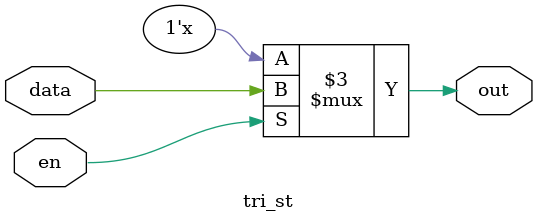
<source format=v>
module tri_st(
  output reg   out,
  input        en,
  input        data
);


	always @(en or data)
  	if (en)
      out = data;
    else
      out = 1'bz;

endmodule

//zadania:
//1 symulacja behawioralna
//2 zmienic we/wy na wektory
//3 sparametryzowac modul (opearator konkatencji)

</source>
